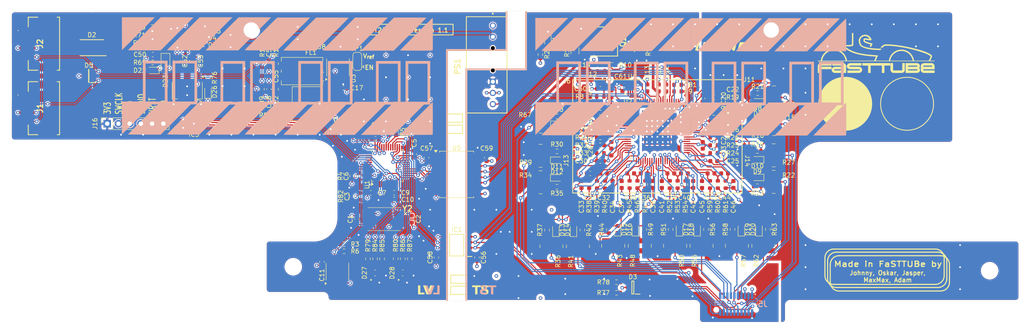
<source format=kicad_pcb>
(kicad_pcb
	(version 20240108)
	(generator "pcbnew")
	(generator_version "8.0")
	(general
		(thickness 1.599978)
		(legacy_teardrops no)
	)
	(paper "A4")
	(layers
		(0 "F.Cu" signal)
		(1 "In1.Cu" signal)
		(2 "In2.Cu" signal)
		(31 "B.Cu" signal)
		(32 "B.Adhes" user "B.Adhesive")
		(33 "F.Adhes" user "F.Adhesive")
		(34 "B.Paste" user)
		(35 "F.Paste" user)
		(36 "B.SilkS" user "B.Silkscreen")
		(37 "F.SilkS" user "F.Silkscreen")
		(38 "B.Mask" user)
		(39 "F.Mask" user)
		(40 "Dwgs.User" user "User.Drawings")
		(41 "Cmts.User" user "User.Comments")
		(42 "Eco1.User" user "User.Eco1")
		(43 "Eco2.User" user "User.Eco2")
		(44 "Edge.Cuts" user)
		(45 "Margin" user)
		(46 "B.CrtYd" user "B.Courtyard")
		(47 "F.CrtYd" user "F.Courtyard")
		(48 "B.Fab" user)
		(49 "F.Fab" user)
		(50 "User.1" user)
		(51 "User.2" user)
		(52 "User.3" user)
		(53 "User.4" user)
		(54 "User.5" user)
		(55 "User.6" user)
		(56 "User.7" user)
		(57 "User.8" user)
		(58 "User.9" user)
	)
	(setup
		(stackup
			(layer "F.SilkS"
				(type "Top Silk Screen")
			)
			(layer "F.Paste"
				(type "Top Solder Paste")
			)
			(layer "F.Mask"
				(type "Top Solder Mask")
				(thickness 0.01)
			)
			(layer "F.Cu"
				(type "copper")
				(thickness 0.035)
			)
			(layer "dielectric 1"
				(type "prepreg")
				(thickness 0.1)
				(material "FR4")
				(epsilon_r 4.5)
				(loss_tangent 0.02)
			)
			(layer "In1.Cu"
				(type "copper")
				(thickness 0.035)
			)
			(layer "dielectric 2"
				(type "core")
				(thickness 1.239978)
				(material "FR4")
				(epsilon_r 4.5)
				(loss_tangent 0.02)
			)
			(layer "In2.Cu"
				(type "copper")
				(thickness 0.035)
			)
			(layer "dielectric 3"
				(type "prepreg")
				(thickness 0.1)
				(material "FR4")
				(epsilon_r 4.5)
				(loss_tangent 0.02)
			)
			(layer "B.Cu"
				(type "copper")
				(thickness 0.035)
			)
			(layer "B.Mask"
				(type "Bottom Solder Mask")
				(thickness 0.01)
			)
			(layer "B.Paste"
				(type "Bottom Solder Paste")
			)
			(layer "B.SilkS"
				(type "Bottom Silk Screen")
			)
			(copper_finish "None")
			(dielectric_constraints no)
		)
		(pad_to_mask_clearance 0)
		(allow_soldermask_bridges_in_footprints no)
		(aux_axis_origin 50 75)
		(pcbplotparams
			(layerselection 0x00010fc_ffffffff)
			(plot_on_all_layers_selection 0x0000000_00000001)
			(disableapertmacros no)
			(usegerberextensions no)
			(usegerberattributes yes)
			(usegerberadvancedattributes yes)
			(creategerberjobfile yes)
			(dashed_line_dash_ratio 12.000000)
			(dashed_line_gap_ratio 3.000000)
			(svgprecision 4)
			(plotframeref no)
			(viasonmask no)
			(mode 1)
			(useauxorigin no)
			(hpglpennumber 1)
			(hpglpenspeed 20)
			(hpglpendiameter 15.000000)
			(pdf_front_fp_property_popups yes)
			(pdf_back_fp_property_popups yes)
			(dxfpolygonmode yes)
			(dxfimperialunits yes)
			(dxfusepcbnewfont yes)
			(psnegative no)
			(psa4output no)
			(plotreference yes)
			(plotvalue yes)
			(plotfptext yes)
			(plotinvisibletext no)
			(sketchpadsonfab no)
			(subtractmaskfromsilk no)
			(outputformat 1)
			(mirror no)
			(drillshape 0)
			(scaleselection 1)
			(outputdirectory "Gerber1/")
		)
	)
	(net 0 "")
	(net 1 "+3V3")
	(net 2 "/CAN/CANH")
	(net 3 "/CAN/CANL")
	(net 4 "Net-(D1-A)")
	(net 5 "/µC/LED1_R")
	(net 6 "/µC/SWCLK")
	(net 7 "GND")
	(net 8 "/µC/SWDIO")
	(net 9 "/µC/NRST")
	(net 10 "/µC/Trace_SWO")
	(net 11 "unconnected-(U1-PC13-Pad2)")
	(net 12 "unconnected-(U1-PC14-Pad3)")
	(net 13 "unconnected-(U1-PC15-Pad4)")
	(net 14 "/µC/LED1_G")
	(net 15 "/µC/LED1_B")
	(net 16 "/µC/LED2_R")
	(net 17 "/µC/LED2_G")
	(net 18 "unconnected-(U1-PA1-Pad11)")
	(net 19 "/µC/LED2_B")
	(net 20 "unconnected-(U1-PA8-Pad29)")
	(net 21 "Net-(D22-A)")
	(net 22 "Net-(D26-A)")
	(net 23 "Net-(U3-CANH)")
	(net 24 "Net-(U3-CANL)")
	(net 25 "unconnected-(U1-PB1-Pad19)")
	(net 26 "unconnected-(U1-PB2-Pad20)")
	(net 27 "Net-(U2-IPB)")
	(net 28 "/µC/TMP_SCL")
	(net 29 "/BMS/TMP_SCL")
	(net 30 "/BMS/TMP_SDA")
	(net 31 "+5V")
	(net 32 "/µC/SCK")
	(net 33 "/µC/MOSI")
	(net 34 "/µC/MISO")
	(net 35 "/µC/CSB")
	(net 36 "unconnected-(U1-PB0-Pad18)")
	(net 37 "/µC/PROM_SDA")
	(net 38 "/µC/PROM_SCL")
	(net 39 "unconnected-(U1-PB3-Pad39)")
	(net 40 "unconnected-(U1-PB4-Pad40)")
	(net 41 "unconnected-(U1-PB5-Pad41)")
	(net 42 "unconnected-(U1-PB8-Pad45)")
	(net 43 "unconnected-(U1-PB9-Pad46)")
	(net 44 "/BMS/Filter_Balance_Network_last/CB")
	(net 45 "/BMS/Filter_Balance_Network_last/CB:A")
	(net 46 "/BMS/~{CS}")
	(net 47 "/BMS/Filter_Balance_Network_last/SAP")
	(net 48 "/BMS/Filter_Balance_Network_last/CA")
	(net 49 "/BMS/Filter_Balance_Network2/CB")
	(net 50 "/BMS/MISO")
	(net 51 "/BMS/Filter_Balance_Network2/SBP")
	(net 52 "/BMS/Filter_Balance_Network2/CB:A")
	(net 53 "/BMS/MOSI")
	(net 54 "/BMS/Filter_Balance_Network2/SAP")
	(net 55 "/BMS/Filter_Balance_Network2/CA")
	(net 56 "/BMS/Filter_Balance_Network4/CB")
	(net 57 "/BMS/SCK")
	(net 58 "/BMS/Filter_Balance_Network4/SBP")
	(net 59 "/BMS/Filter_Balance_Network4/CB:A")
	(net 60 "unconnected-(IC4-NC_1-Pad1)")
	(net 61 "/BMS/Filter_Balance_Network4/SAP")
	(net 62 "/BMS/Filter_Balance_Network4/CA")
	(net 63 "/BMS/Filter_Balance_Network5/CB")
	(net 64 "unconnected-(IC4-NC_2-Pad2)")
	(net 65 "/BMS/Filter_Balance_Network5/SBP")
	(net 66 "/BMS/Filter_Balance_Network5/CB:A")
	(net 67 "unconnected-(IC4-NC_3-Pad3)")
	(net 68 "/BMS/Filter_Balance_Network5/SAP")
	(net 69 "/BMS/Filter_Balance_Network5/CA")
	(net 70 "/BMS/Filter_Balance_Network6/CB")
	(net 71 "/µC/PROM_WC")
	(net 72 "/BMS/Filter_Balance_Network6/SBP")
	(net 73 "/BMS/Filter_Balance_Network6/CB:A")
	(net 74 "/BMS/Filter_Balance_Network6/SAP")
	(net 75 "/BMS/Filter_Balance_Network6/CA")
	(net 76 "/BMS/Filter_Balance_Network7/CB")
	(net 77 "/BMS/Filter_Balance_Network7/SBP")
	(net 78 "/BMS/Filter_Balance_Network7/CB:A")
	(net 79 "unconnected-(IC6-DVDT-Pad2)")
	(net 80 "/BMS/Filter_Balance_Network7/SAP")
	(net 81 "/BMS/Filter_Balance_Network7/CA")
	(net 82 "/BMS/Filter_Balance_Network1/CB")
	(net 83 "Net-(IC6-EN{slash}UVLO)")
	(net 84 "/BMS/Filter_Balance_Network1/SBP")
	(net 85 "/BMS/Filter_Balance_Network1/CB:A")
	(net 86 "+BATT")
	(net 87 "/BMS/Filter_Balance_Network1/SAP")
	(net 88 "/BMS/Filter_Balance_Network1/CA")
	(net 89 "/BMS/Filter_Balance_Network/CB")
	(net 90 "+12V")
	(net 91 "/BMS/Filter_Balance_Network/SBP")
	(net 92 "/BMS/Filter_Balance_Network/CB:A")
	(net 93 "unconnected-(IC6-~{FLT}-Pad6)")
	(net 94 "/BMS/Filter_Balance_Network/SAP")
	(net 95 "Net-(IC6-ILM)")
	(net 96 "Net-(IC6-OVLO{slash}OVCSEL)")
	(net 97 "/BMS/Filter_Balance_Network/CellA+{slash}CellB-")
	(net 98 "/BMS/Filter_Balance_Network/CellB+")
	(net 99 "Net-(U2-IMB)")
	(net 100 "Net-(U1-PB11)")
	(net 101 "/BMS/Filter_Balance_Network1/CellA+{slash}CellB-")
	(net 102 "/BMS/Filter_Balance_Network2/CellA-")
	(net 103 "unconnected-(U2-NC-Pad66)")
	(net 104 "GND1")
	(net 105 "/BMS/Filter_Balance_Network7/CellA+{slash}CellB-")
	(net 106 "/BMS/Filter_Balance_Network4/CellA-")
	(net 107 "/BMS/Filter_Balance_Network6/CellA+{slash}CellB-")
	(net 108 "unconnected-(U2-GPIO10-Pad71)")
	(net 109 "unconnected-(U2-GPIO9-Pad72)")
	(net 110 "unconnected-(U2-GPIO8-Pad73)")
	(net 111 "unconnected-(U2-GPIO7-Pad74)")
	(net 112 "unconnected-(U2-GPIO6-Pad75)")
	(net 113 "unconnected-(U2-GPIO3-Pad78)")
	(net 114 "unconnected-(U2-GPIO2-Pad79)")
	(net 115 "unconnected-(U2-GPIO1-Pad80)")
	(net 116 "/BMS/Filter_Balance_Network5/CellA-")
	(net 117 "/BMS/Filter_Balance_Network5/CellA+{slash}CellB-")
	(net 118 "/BMS/Filter_Balance_Network6/CellA-")
	(net 119 "/BMS/Filter_Balance_Network4/CellA+{slash}CellB-")
	(net 120 "/BMS/Filter_Balance_Network1/CellB+")
	(net 121 "/BMS/Filter_Balance_Network2/CellA+{slash}CellB-")
	(net 122 "/BMS/Filter_Balance_Network2/CellB+")
	(net 123 "Net-(PS1-FB)")
	(net 124 "Net-(Q2-B)")
	(net 125 "Net-(Q2-C)")
	(net 126 "Net-(Q2-E)")
	(net 127 "/CAN/CAN_Term")
	(net 128 "/µC/OSC_IN")
	(net 129 "/µC/OSC_OUT")
	(net 130 "/CAN/CAN_Rx")
	(net 131 "/CAN/CAN_Tx")
	(net 132 "Net-(U1-BOOT0)")
	(net 133 "Net-(U2-V+)")
	(net 134 "Net-(U2-VREF2)")
	(net 135 "Net-(U2-VREF1)")
	(net 136 "/CAN/V_{ref}")
	(net 137 "Net-(D7-A)")
	(net 138 "Net-(D8-A)")
	(net 139 "Net-(D9-A)")
	(net 140 "Net-(D10-A)")
	(net 141 "Net-(D11-A)")
	(net 142 "Net-(D12-A)")
	(net 143 "Net-(D13-A)")
	(net 144 "Net-(D14-A)")
	(net 145 "Net-(D15-A)")
	(net 146 "Net-(D16-A)")
	(net 147 "Net-(D17-A)")
	(net 148 "Net-(D18-A)")
	(net 149 "Net-(D19-A)")
	(net 150 "Net-(D20-A)")
	(net 151 "Net-(D21-A)")
	(net 152 "VBUS")
	(net 153 "Net-(U1-PB10)")
	(net 154 "Net-(U1-PB13)")
	(net 155 "Net-(U2-DRIVE)")
	(net 156 "/BMS/Filter_Balance_Network/CA")
	(net 157 "Net-(U1-PB12)")
	(net 158 "Net-(U1-PB14)")
	(net 159 "Net-(U1-PB15)")
	(net 160 "/µC/TMP_SDA")
	(net 161 "Net-(R83-Pad2)")
	(net 162 "Net-(U3-Rs)")
	(net 163 "Net-(JP1-C)")
	(net 164 "Net-(D2-A)")
	(net 165 "Net-(U2-VREG)")
	(net 166 "unconnected-(U6-Pad3)")
	(net 167 "unconnected-(U6-Pad5)")
	(net 168 "unconnected-(U4-ALERT-Pad3)")
	(net 169 "unconnected-(U1-PA0-Pad10)")
	(footprint "Capacitor_SMD:C_0603_1608Metric" (layer "F.Cu") (at 206.7285 103.8745 90))
	(footprint "Resistor_SMD:R_1020_2550Metric" (layer "F.Cu") (at 192.4675 128.1525 90))
	(footprint "Resistor_SMD:R_0603_1608Metric" (layer "F.Cu") (at 219.1675 93.5775 180))
	(footprint "Resistor_SMD:R_0603_1608Metric" (layer "F.Cu") (at 183.5425 94.3815))
	(footprint "Capacitor_SMD:C_0603_1608Metric" (layer "F.Cu") (at 157.8 108.2 -90))
	(footprint "Capacitor_SMD:C_0603_1608Metric" (layer "F.Cu") (at 82.175 84.85 180))
	(footprint "Resistor_SMD:R_0603_1608Metric" (layer "F.Cu") (at 208.3675 114.2775 90))
	(footprint "Resistor_SMD:R_0603_1608Metric" (layer "F.Cu") (at 187.2 136.4))
	(footprint "Slave:QFP-80_12x12_Pitch0.5mm" (layer "F.Cu") (at 196.4675 102.2775))
	(footprint "Resistor_SMD:R_0603_1608Metric" (layer "F.Cu") (at 219.0925 106.6775 180))
	(footprint "Package_SO:SOIC-16W_7.5x10.3mm_P1.27mm" (layer "F.Cu") (at 151 112))
	(footprint "Resistor_SMD:R_0603_1608Metric" (layer "F.Cu") (at 125.5 129.4 180))
	(footprint "Connector_PinSocket_2.54mm:PinSocket_1x06_P2.54mm_Vertical" (layer "F.Cu") (at 71.88 100.5 90))
	(footprint "Slave:SOT95P230X117-3N" (layer "F.Cu") (at 67.7 89.7 180))
	(footprint "Capacitor_SMD:C_0603_1608Metric" (layer "F.Cu") (at 197.4675 114.2775 -90))
	(footprint "Resistor_SMD:R_0603_1608Metric" (layer "F.Cu") (at 209.2285 98.0745 180))
	(footprint "Resistor_SMD:R_0603_1608Metric" (layer "F.Cu") (at 173.7175 114.7775))
	(footprint "Resistor_SMD:R_0603_1608Metric" (layer "F.Cu") (at 183.5285 96.2065))
	(footprint "Resistor_SMD:R_0603_1608Metric" (layer "F.Cu") (at 82.075 80.45 180))
	(footprint "MountingHole:MountingHole_3.5mm" (layer "F.Cu") (at 222.227041 79.3))
	(footprint "Resistor_SMD:R_0603_1608Metric" (layer "F.Cu") (at 169.96875 81.675 -90))
	(footprint "Capacitor_SMD:C_0603_1608Metric" (layer "F.Cu") (at 206.7285 106.9395 90))
	(footprint "Resistor_SMD:R_1020_2550Metric" (layer "F.Cu") (at 214.4675 128.1525 90))
	(footprint "MountingHole:MountingHole_3.5mm" (layer "F.Cu") (at 104.495945 79.3))
	(footprint "Slave:Wuerth_Elektronik_3600637250S" (layer "F.Cu") (at 196.4675 103.3775))
	(footprint "Capacitor_SMD:C_0603_1608Metric" (layer "F.Cu") (at 108.5 92.7 90))
	(footprint "Slave:SODFL1608X59N" (layer "F.Cu") (at 93.175 82.65))
	(footprint "Slave:SON50P200X200X80-9N" (layer "F.Cu") (at 190.605 92.3 90))
	(footprint "LED_SMD:LED_0603_1608Metric" (layer "F.Cu") (at 219.1675 95.5775 180))
	(footprint "Resistor_SMD:R_0603_1608Metric" (layer "F.Cu") (at 211.9235 114.2775 90))
	(footprint "Resistor_SMD:R_0603_1608Metric" (layer "F.Cu") (at 209.2285 96.2965 180))
	(footprint "Slave:2059710041" (layer "F.Cu") (at 57.55 97 -90))
	(footprint "Resistor_SMD:R_1206_3216Metric"
		(layer "F.Cu")
		(uuid "2f3fcab0-fef0-4b88-8102-670d7f8642e5")
		(at 177.8 84 90)
		(descr "Resistor SMD 1206 (3216 Metric), square (rectangular) end terminal, IPC_7351 nominal, (Body size source: IPC-SM-782 page 72, https://www.pcb-3d.com/wordpress/wp-content/uploads/ipc-sm-782a_amendment_1_and_2.pdf), generated with kicad-footprint-generator")
		(tags "resistor")
		(property "Reference" "R11"
			(at 0 -1.82 90)
			(layer "F.SilkS")
			(uuid "951792b9-ab3a-41c6-82d0-7fc70c8ee1ad")
			(effects
				(font
					(size 1 1)
					(thickness 0.15)
				)
			)
		)
		(property "Value" "330"
			(at 0 1.82 90)
			(layer "F.Fab")
			(uuid "c2d4f74b-4286-4258-8835-1fc908eb163f")
			(effects
				(font
					(size 1 1)
					(thickness 0.15)
				)
			)
		)
		(property "Footprint" "Resistor_SMD:R_1206_3216Metric"
			(at 0 0 90)
			(unlocked yes)
			(layer "F.Fab")
			(hide yes)
			(uuid "13ae65a0-58b3-454a-bd77-afaa401c92d8")
			(effects
				(font
					(size 1.27 1.27)
				)
			)
		)
		(property "Datasheet" ""
			(at 0 0 90)
			(unlocked yes)
			(layer "F.Fab")
			(hide yes)
			(uuid "03ff1862-fe6c-40a5-96a4-693c61e1f3a6")
			(effects
				(font
					(size 1.27 1.27)
				)
			)
		)
		(property "Description" ""
			(at 0 0 90)
			(unlocked yes)
			(layer "F.Fab")
			(hide yes)
			(uuid "c62e6e15-73e2-40ae-9be4-bdbe46f5a380")
			(effects
				(font
					(size 1.27 1.27)
				)
			)
		)
		(property ki_fp_filters "R_*")
		(path "/2536baa4-823e-48c2-9277-701b260ef4ec/9595d31a-daac-4a19-9ca4-faf58c67a1bc")
		(sheetname "BMS")
		(sheetfile "FT24-AMS-Slave_v1-BMS.kicad_sch")
		(attr smd)
		(fp_line
			(start -0.727064 -0.91)
			(end 0.727064 -0.91)
			(stroke
				(width 0.12)
				(type solid)
			)
			(layer "F.SilkS")
			(uuid "a70bf944-d787-4d1f-b5bb-cfba410130a8")
		)
		(fp_line
			(start -0.727064 0.91)
			(end 0.727064 0.91)
			(stroke
				(width 0.12)
				(type solid)
			)
			(layer "F.SilkS")
			(uuid "6692cb1f-02e1-45c2-b31c-68e028936a9e")
		)
		(fp_line
			(start 2.28 -1.12)
			(end 2.28 1.12)
			(stroke
				(width 0.05)
				(type solid)
			)
			(layer "F.CrtYd")
			(uuid "7efb9309-51bc-4931-90b8-d89e573895d0")
		)
		(fp_line
			(start -2.28 -1.12)
			(end 2.28 -1.12)
			(stroke
				(width 0.05)
				(type solid)
			)
			(layer "F.CrtYd")
			(uuid "fe6d87bc-de66-43b2-befd-718a914f9ee5")
		)
		(fp_line
			(start 2.28 1.12)
			(end -2.28 1.12)
			(stroke
				(width 0.05)
				(type solid)
			)
			(layer "F.CrtYd")
			(uuid "16c3c9cb-64e0-403b-8e52-73c383762492")
		)
		(fp_line
			(start -2.28 1.12)
			(end -2.28 -1.12)
			(stroke
				(width 0.05)
				(type solid)
			)
			(layer "F.CrtYd")
			(uuid "ee84a300-be9b-4c92-ba65-1e6d3576388b")
		)
		(fp_line
			(start 1.6 -0.8)
			(end 1.6 0.8)
			(stroke
				(width 0.1)
				(type solid)
			)
			(layer "F.Fab")
			(uuid "d0573497-9401-4ce0-97c9-5b3596288e50")
		)
		(fp_line
			(start -1.6 -0.8)
			(end 1.6 -0.8)
			(stroke
				(width 0.1)
				(type solid)
			)
			(layer "F.Fab")
			(uuid "23aa08b1-cf51-4345-8856-168669f26c4e")
		)
		(fp_line
			(start 1.6 0.8)
			(end -1.6 0.8)
			(stroke
				(width 0.1)
				(type solid)
			)
			(layer "F.Fab")
			(uuid "27c8f59a-c474-4bca-9286-d1b0a951d2ad")
		)
		(fp_line
			(start -1.6 0.8)
			(end -1.6 -0.8)
			(stroke
				(width 0.1)
				(type solid)
			)
			(layer "F.Fab")
			(uuid "24ae06b6-6ef2-4950-9dc4-964cdd471995")
		)
		(fp_text user "${REFERENCE}"
			(at 0 0 90)
			(layer "F.Fab")
			(uuid "5ad5d4d0-60e8-4394-95a5-6726aa1fac17")
			(effects
				(font
					(size 0.8 0.8)
					(thickness 0.12)
				)
			)
		)
		(pad "1" smd roundrect
			(at -1.4625 0 90)
			(size 1.125 1.75)
			(layers 
... [2985932 chars truncated]
</source>
